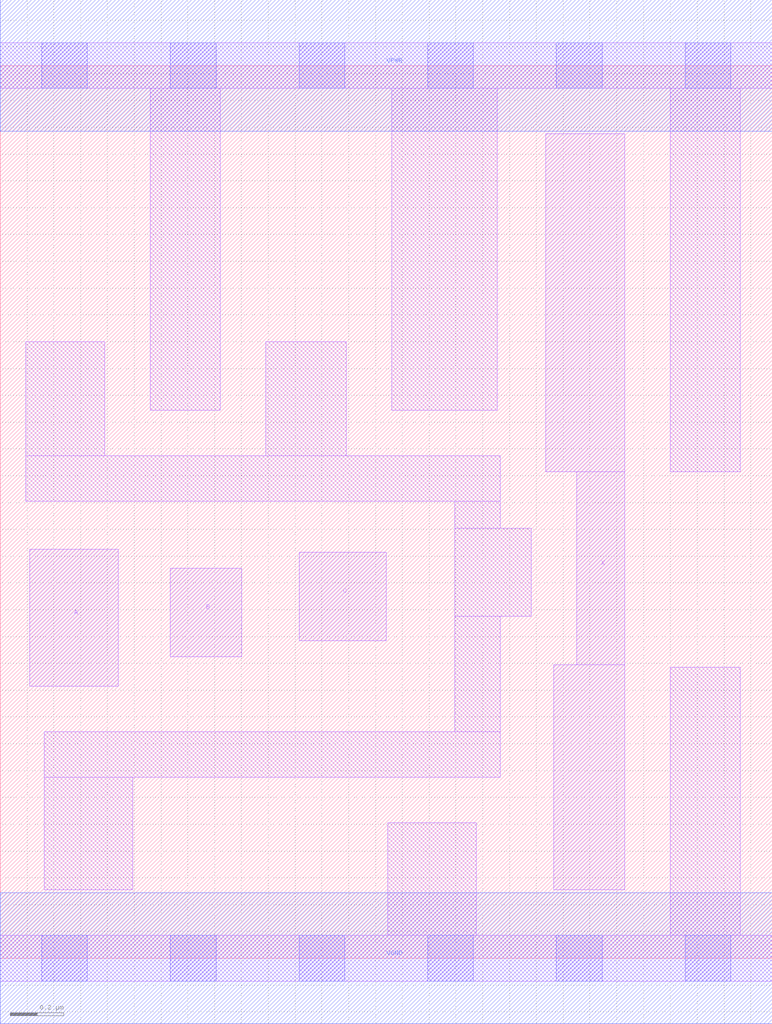
<source format=lef>
# Copyright 2020 The SkyWater PDK Authors
#
# Licensed under the Apache License, Version 2.0 (the "License");
# you may not use this file except in compliance with the License.
# You may obtain a copy of the License at
#
#     https://www.apache.org/licenses/LICENSE-2.0
#
# Unless required by applicable law or agreed to in writing, software
# distributed under the License is distributed on an "AS IS" BASIS,
# WITHOUT WARRANTIES OR CONDITIONS OF ANY KIND, either express or implied.
# See the License for the specific language governing permissions and
# limitations under the License.
#
# SPDX-License-Identifier: Apache-2.0

VERSION 5.7 ;
  NAMESCASESENSITIVE ON ;
  NOWIREEXTENSIONATPIN ON ;
  DIVIDERCHAR "/" ;
  BUSBITCHARS "[]" ;
UNITS
  DATABASE MICRONS 200 ;
END UNITS
MACRO sky130_fd_sc_lp__and3_2
  CLASS CORE ;
  SOURCE USER ;
  FOREIGN sky130_fd_sc_lp__and3_2 ;
  ORIGIN  0.000000  0.000000 ;
  SIZE  2.880000 BY  3.330000 ;
  SYMMETRY X Y R90 ;
  SITE unit ;
  PIN A
    ANTENNAGATEAREA  0.126000 ;
    DIRECTION INPUT ;
    USE SIGNAL ;
    PORT
      LAYER li1 ;
        RECT 0.110000 1.015000 0.440000 1.525000 ;
    END
  END A
  PIN B
    ANTENNAGATEAREA  0.126000 ;
    DIRECTION INPUT ;
    USE SIGNAL ;
    PORT
      LAYER li1 ;
        RECT 0.635000 1.125000 0.900000 1.455000 ;
    END
  END B
  PIN C
    ANTENNAGATEAREA  0.126000 ;
    DIRECTION INPUT ;
    USE SIGNAL ;
    PORT
      LAYER li1 ;
        RECT 1.115000 1.185000 1.440000 1.515000 ;
    END
  END C
  PIN X
    ANTENNADIFFAREA  0.588000 ;
    DIRECTION OUTPUT ;
    USE SIGNAL ;
    PORT
      LAYER li1 ;
        RECT 2.035000 1.815000 2.330000 3.075000 ;
        RECT 2.065000 0.255000 2.330000 1.095000 ;
        RECT 2.150000 1.095000 2.330000 1.815000 ;
    END
  END X
  PIN VGND
    DIRECTION INOUT ;
    USE GROUND ;
    PORT
      LAYER met1 ;
        RECT 0.000000 -0.245000 2.880000 0.245000 ;
    END
  END VGND
  PIN VPWR
    DIRECTION INOUT ;
    USE POWER ;
    PORT
      LAYER met1 ;
        RECT 0.000000 3.085000 2.880000 3.575000 ;
    END
  END VPWR
  OBS
    LAYER li1 ;
      RECT 0.000000 -0.085000 2.880000 0.085000 ;
      RECT 0.000000  3.245000 2.880000 3.415000 ;
      RECT 0.095000  1.705000 1.865000 1.875000 ;
      RECT 0.095000  1.875000 0.390000 2.300000 ;
      RECT 0.165000  0.255000 0.495000 0.675000 ;
      RECT 0.165000  0.675000 1.865000 0.845000 ;
      RECT 0.560000  2.045000 0.820000 3.245000 ;
      RECT 0.990000  1.875000 1.290000 2.300000 ;
      RECT 1.445000  0.085000 1.775000 0.505000 ;
      RECT 1.460000  2.045000 1.855000 3.245000 ;
      RECT 1.695000  0.845000 1.865000 1.275000 ;
      RECT 1.695000  1.275000 1.980000 1.605000 ;
      RECT 1.695000  1.605000 1.865000 1.705000 ;
      RECT 2.500000  0.085000 2.760000 1.085000 ;
      RECT 2.500000  1.815000 2.760000 3.245000 ;
    LAYER mcon ;
      RECT 0.155000 -0.085000 0.325000 0.085000 ;
      RECT 0.155000  3.245000 0.325000 3.415000 ;
      RECT 0.635000 -0.085000 0.805000 0.085000 ;
      RECT 0.635000  3.245000 0.805000 3.415000 ;
      RECT 1.115000 -0.085000 1.285000 0.085000 ;
      RECT 1.115000  3.245000 1.285000 3.415000 ;
      RECT 1.595000 -0.085000 1.765000 0.085000 ;
      RECT 1.595000  3.245000 1.765000 3.415000 ;
      RECT 2.075000 -0.085000 2.245000 0.085000 ;
      RECT 2.075000  3.245000 2.245000 3.415000 ;
      RECT 2.555000 -0.085000 2.725000 0.085000 ;
      RECT 2.555000  3.245000 2.725000 3.415000 ;
  END
END sky130_fd_sc_lp__and3_2

</source>
